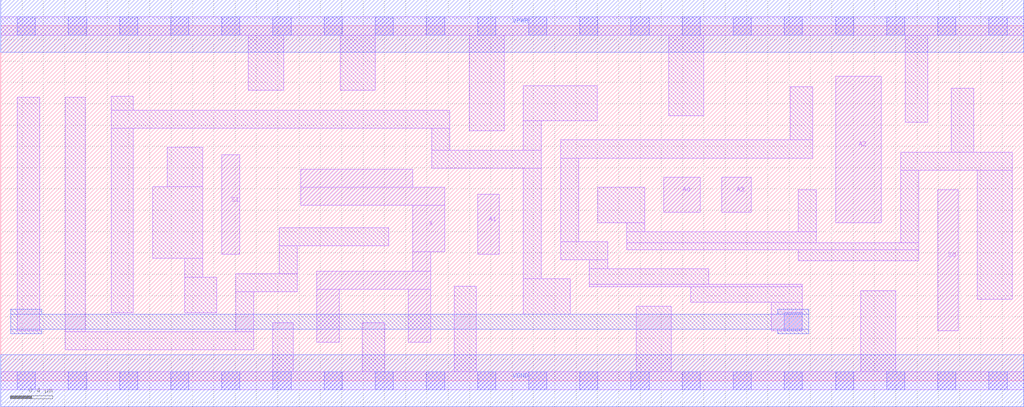
<source format=lef>
# Copyright 2020 The SkyWater PDK Authors
#
# Licensed under the Apache License, Version 2.0 (the "License");
# you may not use this file except in compliance with the License.
# You may obtain a copy of the License at
#
#     https://www.apache.org/licenses/LICENSE-2.0
#
# Unless required by applicable law or agreed to in writing, software
# distributed under the License is distributed on an "AS IS" BASIS,
# WITHOUT WARRANTIES OR CONDITIONS OF ANY KIND, either express or implied.
# See the License for the specific language governing permissions and
# limitations under the License.
#
# SPDX-License-Identifier: Apache-2.0

VERSION 5.7 ;
  NAMESCASESENSITIVE ON ;
  NOWIREEXTENSIONATPIN ON ;
  DIVIDERCHAR "/" ;
  BUSBITCHARS "[]" ;
UNITS
  DATABASE MICRONS 200 ;
END UNITS
MACRO sky130_fd_sc_lp__mux4_4
  CLASS CORE ;
  SOURCE USER ;
  FOREIGN sky130_fd_sc_lp__mux4_4 ;
  ORIGIN  0.000000  0.000000 ;
  SIZE  9.600000 BY  3.330000 ;
  SYMMETRY X Y R90 ;
  SITE unit ;
  PIN A0
    ANTENNAGATEAREA  0.159000 ;
    DIRECTION INPUT ;
    USE SIGNAL ;
    PORT
      LAYER li1 ;
        RECT 6.225000 1.580000 6.565000 1.910000 ;
    END
  END A0
  PIN A1
    ANTENNAGATEAREA  0.159000 ;
    DIRECTION INPUT ;
    USE SIGNAL ;
    PORT
      LAYER li1 ;
        RECT 4.475000 1.185000 4.680000 1.750000 ;
    END
  END A1
  PIN A2
    ANTENNAGATEAREA  0.159000 ;
    DIRECTION INPUT ;
    USE SIGNAL ;
    PORT
      LAYER li1 ;
        RECT 7.835000 1.485000 8.265000 2.860000 ;
    END
  END A2
  PIN A3
    ANTENNAGATEAREA  0.159000 ;
    DIRECTION INPUT ;
    USE SIGNAL ;
    PORT
      LAYER li1 ;
        RECT 6.765000 1.580000 7.045000 1.910000 ;
    END
  END A3
  PIN S0
    ANTENNAGATEAREA  0.477000 ;
    DIRECTION INPUT ;
    USE SIGNAL ;
    PORT
      LAYER li1 ;
        RECT 8.795000 0.470000 8.985000 1.795000 ;
    END
  END S0
  PIN S1
    ANTENNAGATEAREA  0.318000 ;
    DIRECTION INPUT ;
    USE SIGNAL ;
    PORT
      LAYER li1 ;
        RECT 2.075000 1.185000 2.245000 2.120000 ;
    END
  END S1
  PIN X
    ANTENNADIFFAREA  1.176000 ;
    DIRECTION OUTPUT ;
    USE SIGNAL ;
    PORT
      LAYER li1 ;
        RECT 2.815000 1.645000 4.165000 1.815000 ;
        RECT 2.815000 1.815000 3.865000 1.985000 ;
        RECT 2.965000 0.360000 3.175000 0.860000 ;
        RECT 2.965000 0.860000 4.035000 1.030000 ;
        RECT 3.825000 0.360000 4.035000 0.860000 ;
        RECT 3.865000 1.030000 4.035000 1.210000 ;
        RECT 3.865000 1.210000 4.165000 1.645000 ;
    END
  END X
  PIN VGND
    DIRECTION INOUT ;
    USE GROUND ;
    PORT
      LAYER met1 ;
        RECT 0.000000 -0.245000 9.600000 0.245000 ;
    END
  END VGND
  PIN VPWR
    DIRECTION INOUT ;
    USE POWER ;
    PORT
      LAYER met1 ;
        RECT 0.000000 3.085000 9.600000 3.575000 ;
    END
  END VPWR
  OBS
    LAYER li1 ;
      RECT 0.000000 -0.085000 9.600000 0.085000 ;
      RECT 0.000000  3.245000 9.600000 3.415000 ;
      RECT 0.155000  0.470000 0.365000 2.660000 ;
      RECT 0.605000  0.290000 2.375000 0.460000 ;
      RECT 0.605000  0.460000 0.795000 2.660000 ;
      RECT 1.035000  0.640000 1.245000 2.370000 ;
      RECT 1.035000  2.370000 4.215000 2.540000 ;
      RECT 1.035000  2.540000 1.245000 2.670000 ;
      RECT 1.425000  1.150000 1.895000 1.820000 ;
      RECT 1.565000  1.820000 1.895000 2.190000 ;
      RECT 1.725000  0.640000 2.025000 0.970000 ;
      RECT 1.725000  0.970000 1.895000 1.150000 ;
      RECT 2.205000  0.460000 2.375000 0.835000 ;
      RECT 2.205000  0.835000 2.785000 1.005000 ;
      RECT 2.325000  2.725000 2.655000 3.245000 ;
      RECT 2.555000  0.085000 2.745000 0.545000 ;
      RECT 2.615000  1.005000 2.785000 1.265000 ;
      RECT 2.615000  1.265000 3.640000 1.435000 ;
      RECT 3.185000  2.725000 3.515000 3.245000 ;
      RECT 3.395000  0.085000 3.605000 0.545000 ;
      RECT 4.045000  1.995000 5.075000 2.165000 ;
      RECT 4.045000  2.165000 4.215000 2.370000 ;
      RECT 4.255000  0.085000 4.465000 0.885000 ;
      RECT 4.395000  2.345000 4.725000 3.245000 ;
      RECT 4.905000  0.625000 5.345000 0.955000 ;
      RECT 4.905000  0.955000 5.075000 1.995000 ;
      RECT 4.905000  2.165000 5.075000 2.440000 ;
      RECT 4.905000  2.440000 5.600000 2.770000 ;
      RECT 5.255000  1.135000 5.695000 1.305000 ;
      RECT 5.255000  1.305000 5.425000 2.090000 ;
      RECT 5.255000  2.090000 7.620000 2.260000 ;
      RECT 5.525000  0.880000 7.525000 0.905000 ;
      RECT 5.525000  0.905000 6.645000 1.050000 ;
      RECT 5.525000  1.050000 5.695000 1.135000 ;
      RECT 5.605000  1.485000 6.045000 1.815000 ;
      RECT 5.875000  1.230000 8.615000 1.295000 ;
      RECT 5.875000  1.295000 7.655000 1.400000 ;
      RECT 5.875000  1.400000 6.045000 1.485000 ;
      RECT 5.965000  0.085000 6.295000 0.700000 ;
      RECT 6.270000  2.485000 6.600000 3.245000 ;
      RECT 6.475000  0.735000 7.525000 0.880000 ;
      RECT 7.230000  0.470000 7.525000 0.735000 ;
      RECT 7.410000  2.260000 7.620000 2.760000 ;
      RECT 7.485000  1.125000 8.615000 1.230000 ;
      RECT 7.485000  1.400000 7.655000 1.795000 ;
      RECT 8.070000  0.085000 8.400000 0.845000 ;
      RECT 8.445000  1.295000 8.615000 1.975000 ;
      RECT 8.445000  1.975000 9.495000 2.145000 ;
      RECT 8.490000  2.425000 8.700000 3.245000 ;
      RECT 8.920000  2.145000 9.130000 2.745000 ;
      RECT 9.165000  0.765000 9.495000 1.975000 ;
    LAYER mcon ;
      RECT 0.155000 -0.085000 0.325000 0.085000 ;
      RECT 0.155000  3.245000 0.325000 3.415000 ;
      RECT 0.635000 -0.085000 0.805000 0.085000 ;
      RECT 0.635000  3.245000 0.805000 3.415000 ;
      RECT 1.115000 -0.085000 1.285000 0.085000 ;
      RECT 1.115000  3.245000 1.285000 3.415000 ;
      RECT 1.595000 -0.085000 1.765000 0.085000 ;
      RECT 1.595000  3.245000 1.765000 3.415000 ;
      RECT 2.075000 -0.085000 2.245000 0.085000 ;
      RECT 2.075000  3.245000 2.245000 3.415000 ;
      RECT 2.555000 -0.085000 2.725000 0.085000 ;
      RECT 2.555000  3.245000 2.725000 3.415000 ;
      RECT 3.035000 -0.085000 3.205000 0.085000 ;
      RECT 3.035000  3.245000 3.205000 3.415000 ;
      RECT 3.515000 -0.085000 3.685000 0.085000 ;
      RECT 3.515000  3.245000 3.685000 3.415000 ;
      RECT 3.995000 -0.085000 4.165000 0.085000 ;
      RECT 3.995000  3.245000 4.165000 3.415000 ;
      RECT 4.475000 -0.085000 4.645000 0.085000 ;
      RECT 4.475000  3.245000 4.645000 3.415000 ;
      RECT 4.955000 -0.085000 5.125000 0.085000 ;
      RECT 4.955000  3.245000 5.125000 3.415000 ;
      RECT 5.435000 -0.085000 5.605000 0.085000 ;
      RECT 5.435000  3.245000 5.605000 3.415000 ;
      RECT 5.915000 -0.085000 6.085000 0.085000 ;
      RECT 5.915000  3.245000 6.085000 3.415000 ;
      RECT 6.395000 -0.085000 6.565000 0.085000 ;
      RECT 6.395000  3.245000 6.565000 3.415000 ;
      RECT 6.875000 -0.085000 7.045000 0.085000 ;
      RECT 6.875000  3.245000 7.045000 3.415000 ;
      RECT 7.355000 -0.085000 7.525000 0.085000 ;
      RECT 7.355000  0.470000 7.525000 0.640000 ;
      RECT 7.355000  3.245000 7.525000 3.415000 ;
      RECT 7.835000 -0.085000 8.005000 0.085000 ;
      RECT 7.835000  3.245000 8.005000 3.415000 ;
      RECT 8.315000 -0.085000 8.485000 0.085000 ;
      RECT 8.315000  3.245000 8.485000 3.415000 ;
      RECT 8.795000 -0.085000 8.965000 0.085000 ;
      RECT 8.795000  3.245000 8.965000 3.415000 ;
      RECT 9.275000 -0.085000 9.445000 0.085000 ;
      RECT 9.275000  3.245000 9.445000 3.415000 ;
    LAYER met1 ;
      RECT 0.095000 0.440000 0.385000 0.485000 ;
      RECT 0.095000 0.485000 7.585000 0.625000 ;
      RECT 0.095000 0.625000 0.385000 0.670000 ;
      RECT 7.295000 0.440000 7.585000 0.485000 ;
      RECT 7.295000 0.625000 7.585000 0.670000 ;
  END
END sky130_fd_sc_lp__mux4_4
END LIBRARY

</source>
